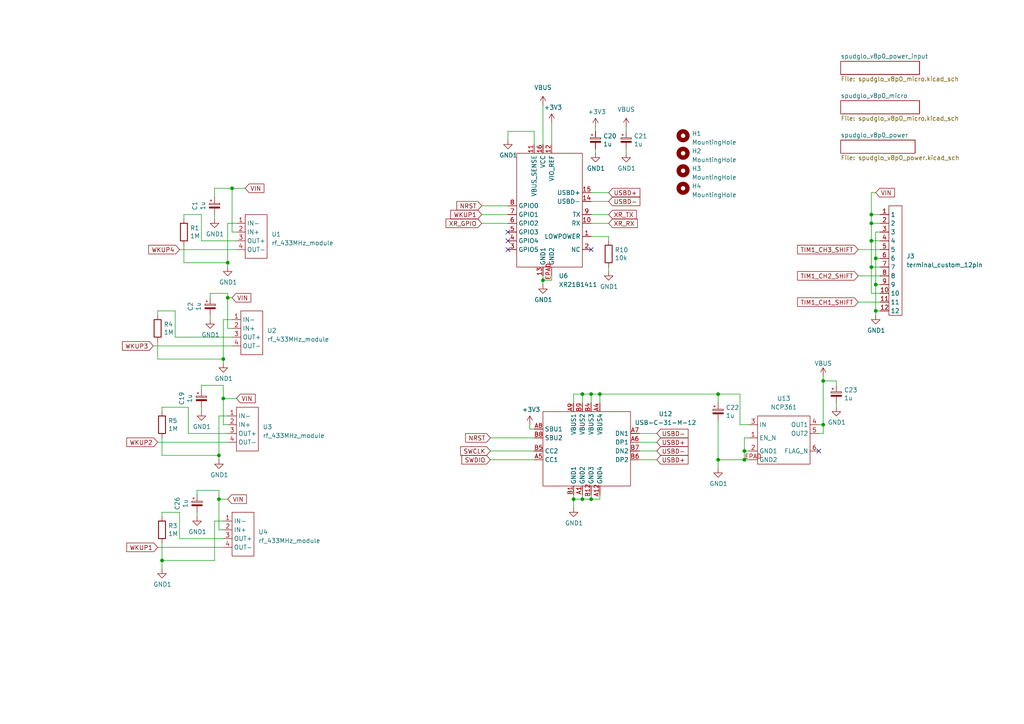
<source format=kicad_sch>
(kicad_sch (version 20231120) (generator "eeschema") (generator_version "8.0")
  (paper "A4")
  (lib_symbols
    (symbol "Device:R" (pin_numbers hide) (pin_names (offset 0))
      (property "Reference" "R" (at 2.032 0 90))
      (property "Value" "R" (at 0 0 90))
      (symbol "R_0_1"
        (rectangle (start -1.016 -2.54) (end 1.016 2.54) (stroke (width 0.254)))
      )
      (symbol "R_1_1"
        (pin passive line (at 0 3.81 270) (length 1.27) (name "~") (number "1"))
        (pin passive line (at 0 -3.81 90) (length 1.27) (name "~") (number "2"))
      )
    )
    (symbol "Mechanical:MountingHole" (pin_names (offset 1.016))
      (property "Reference" "H" (at 0 5.08 0))
      (property "Value" "MountingHole" (at 0 3.175 0))
      (symbol "MountingHole_0_1"
        (circle (center 0 0) (radius 1.27) (stroke (width 1.27)))
      )
    )
    (symbol "NCP361_1"
      (property "Reference" "U" (at 1.27 1.27 0))
      (property "Value" "NCP361_1" (at 12.7 -15.24 0))
      (symbol "NCP361_1_0_1"
        (rectangle (start 0 0) (end 15.24 -13.97))
      )
      (symbol "NCP361_1_1_1"
        (pin input line (at -2.54 -6.35 0) (length 2.54) (name "EN_N") (number "1"))
        (pin input line (at -2.54 -10.16 0) (length 2.54) (name "GND1") (number "2"))
        (pin input line (at -2.54 -2.54 0) (length 2.54) (name "IN") (number "3"))
        (pin input line (at 17.78 -2.54 180) (length 2.54) (name "OUT1") (number "4"))
        (pin input line (at 17.78 -5.08 180) (length 2.54) (name "OUT2") (number "5"))
        (pin input line (at 17.78 -10.16 180) (length 2.54) (name "FLAG_N") (number "6"))
        (pin input line (at -2.54 -12.7 0) (length 2.54) (name "GND2") (number "EPAD"))
      )
    )
    (symbol "XR21B1411_1"
      (property "Reference" "U" (at 1.27 1.27 0))
      (property "Value" "XR21B1411_1" (at 20.32 -34.29 0))
      (symbol "XR21B1411_1_0_1"
        (rectangle (start 0 0) (end 19.05 -33.02))
      )
      (symbol "XR21B1411_1_1_1"
        (pin input line (at 21.59 -24.13 180) (length 2.54) (name "LOWPOWER") (number "1"))
        (pin input line (at 21.59 -20.32 180) (length 2.54) (name "RX") (number "10"))
        (pin input line (at 5.08 2.54 270) (length 2.54) (name "VBUS_SENSE") (number "11"))
        (pin input line (at 10.16 2.54 270) (length 2.54) (name "VIO_REF") (number "12"))
        (pin input line (at 7.62 -35.56 90) (length 2.54) (name "GND1") (number "13"))
        (pin input line (at 21.59 -13.97 180) (length 2.54) (name "USBD-") (number "14"))
        (pin input line (at 21.59 -11.43 180) (length 2.54) (name "USBD+") (number "15"))
        (pin input line (at 7.62 2.54 270) (length 2.54) (name "VCC") (number "16"))
        (pin input line (at 21.59 -27.94 180) (length 2.54) (name "NC") (number "2"))
        (pin input line (at -2.54 -27.94 0) (length 2.54) (name "GPIO5") (number "3"))
        (pin input line (at -2.54 -25.4 0) (length 2.54) (name "GPIO4") (number "4"))
        (pin input line (at -2.54 -22.86 0) (length 2.54) (name "GPIO3") (number "5"))
        (pin input line (at -2.54 -20.32 0) (length 2.54) (name "GPIO2") (number "6"))
        (pin input line (at -2.54 -17.78 0) (length 2.54) (name "GPIO1") (number "7"))
        (pin input line (at -2.54 -15.24 0) (length 2.54) (name "GPIO0") (number "8"))
        (pin input line (at 21.59 -17.78 180) (length 2.54) (name "TX") (number "9"))
        (pin input line (at 10.16 -35.56 90) (length 2.54) (name "GND2") (number "EPAD"))
      )
    )
    (symbol "power:GND1" (power) (pin_names (offset 0))
      (property "Value" "GND1" (at 0 -3.81 0))
      (symbol "GND1_0_1"
        (polyline (pts (xy 0 0) (xy 0 -1.27) (xy 1.27 -1.27) (xy 0 -2.54) (xy -1.27 -1.27) (xy 0 -1.27)))
      )
      (symbol "GND1_1_1"
        (pin power_in line (at 0 0 270) (length 0) hide (name "GND1") (number "1"))
      )
    )
    (symbol "power:VBUS" (power) (pin_names (offset 0))
      (property "Value" "VBUS" (at 0 3.81 0))
      (symbol "VBUS_0_1"
        (polyline (pts (xy -0.762 1.27) (xy 0 2.54)))
        (polyline (pts (xy 0 0) (xy 0 2.54)))
        (polyline (pts (xy 0 2.54) (xy 0.762 1.27)))
      )
      (symbol "VBUS_1_1"
        (pin power_in line (at 0 0 90) (length 0) hide (name "VBUS") (number "1"))
      )
    )
    (symbol "spudglo_driver_v3p1-rescue:+3.3V-power" (power) (pin_names (offset 0))
      (property "Value" "+3.3V-power" (at 0 3.556 0))
      (symbol "+3.3V-power_0_1"
        (polyline (pts (xy -0.762 1.27) (xy 0 2.54)))
        (polyline (pts (xy 0 0) (xy 0 2.54)))
        (polyline (pts (xy 0 2.54) (xy 0.762 1.27)))
      )
      (symbol "+3.3V-power_1_1"
        (pin power_in line (at 0 0 90) (length 0) hide (name "+3V3") (number "1"))
      )
    )
    (symbol "spudglo_driver_v3p1-rescue:CP_Small-Device" (pin_numbers hide) (pin_names (offset 0.254) hide)
      (property "Reference" "C" (at 0.254 1.778 0))
      (property "Value" "CP_Small-Device" (at 0.254 -2.032 0))
      (symbol "CP_Small-Device_0_1"
        (rectangle (start -1.524 -0.3048) (end 1.524 -0.6858) (fill (type outline)))
        (rectangle (start -1.524 0.6858) (end 1.524 0.3048))
        (polyline (pts (xy -1.27 1.524) (xy -0.762 1.524)))
        (polyline (pts (xy -1.016 1.27) (xy -1.016 1.778)))
      )
      (symbol "CP_Small-Device_1_1"
        (pin passive line (at 0 2.54 270) (length 1.8542) (name "~") (number "1"))
        (pin passive line (at 0 -2.54 90) (length 1.8542) (name "~") (number "2"))
      )
    )
    (symbol "srw:rf_433MHz_module"
      (property "Reference" "U" (at -1.27 1.27 0))
      (property "Value" "rf_433MHz_module" (at 2.54 -13.97 0))
      (symbol "rf_433MHz_module_0_1"
        (rectangle (start 0 0) (end 6.35 -12.7))
      )
      (symbol "rf_433MHz_module_1_1"
        (pin input line (at -2.54 -2.54 0) (length 2.54) (name "IN-") (number "1"))
        (pin input line (at -2.54 -5.08 0) (length 2.54) (name "IN+") (number "2"))
        (pin input line (at -2.54 -7.62 0) (length 2.54) (name "OUT+") (number "3"))
        (pin input line (at -2.54 -10.16 0) (length 2.54) (name "OUT-") (number "4"))
      )
    )
    (symbol "srw_custom:USB-C-31-M-12"
      (property "Reference" "U" (at 0 1.27 0))
      (property "Value" "USB-C-31-M-12" (at 27.94 -24.13 0))
      (symbol "USB-C-31-M-12_0_1"
        (rectangle (start 0 0) (end 25.4 -21.59))
      )
      (symbol "USB-C-31-M-12_1_1"
        (pin input line (at 11.43 -24.13 90) (length 2.54) (name "GND2") (number "A1"))
        (pin input line (at 16.51 -24.13 90) (length 2.54) (name "GND4") (number "A12"))
        (pin input line (at 16.51 2.54 270) (length 2.54) (name "VBUS4") (number "A4"))
        (pin input line (at -2.54 -13.97 0) (length 2.54) (name "CC1") (number "A5"))
        (pin input line (at 27.94 -8.89 180) (length 2.54) (name "DP1") (number "A6"))
        (pin input line (at 27.94 -6.35 180) (length 2.54) (name "DN1") (number "A7"))
        (pin input line (at -2.54 -5.08 0) (length 2.54) (name "SBU1") (number "A8"))
        (pin input line (at 8.89 2.54 270) (length 2.54) (name "VBUS1") (number "A9"))
        (pin input line (at 8.89 -24.13 90) (length 2.54) (name "GND1") (number "B1"))
        (pin input line (at 13.97 -24.13 90) (length 2.54) (name "GND3") (number "B12"))
        (pin input line (at 13.97 2.54 270) (length 2.54) (name "VBUS3") (number "B4"))
        (pin input line (at -2.54 -11.43 0) (length 2.54) (name "CC2") (number "B5"))
        (pin input line (at 27.94 -13.97 180) (length 2.54) (name "DP2") (number "B6"))
        (pin input line (at 27.94 -11.43 180) (length 2.54) (name "DN2") (number "B7"))
        (pin input line (at -2.54 -7.62 0) (length 2.54) (name "SBU2") (number "B8"))
        (pin input line (at 11.43 2.54 270) (length 2.54) (name "VBUS2") (number "B9"))
      )
    )
    (symbol "srw_custom:terminal_custom_12pin"
      (property "Reference" "J" (at 0 -1.27 0))
      (property "Value" "terminal_custom_12pin" (at 0 1.27 0))
      (symbol "terminal_custom_12pin_0_1"
        (rectangle (start 0 -2.54) (end 3.81 -34.29))
      )
      (symbol "terminal_custom_12pin_1_1"
        (pin input line (at -2.54 -5.08 0) (length 2.54) (name "1") (number "1"))
        (pin input line (at -2.54 -27.94 0) (length 2.54) (name "10") (number "10"))
        (pin input line (at -2.54 -30.48 0) (length 2.54) (name "11") (number "11"))
        (pin input line (at -2.54 -33.02 0) (length 2.54) (name "12") (number "12"))
        (pin input line (at -2.54 -7.62 0) (length 2.54) (name "2") (number "2"))
        (pin input line (at -2.54 -10.16 0) (length 2.54) (name "3") (number "3"))
        (pin input line (at -2.54 -12.7 0) (length 2.54) (name "4") (number "4"))
        (pin input line (at -2.54 -15.24 0) (length 2.54) (name "5") (number "5"))
        (pin input line (at -2.54 -17.78 0) (length 2.54) (name "6") (number "6"))
        (pin input line (at -2.54 -20.32 0) (length 2.54) (name "7") (number "7"))
        (pin input line (at -2.54 -22.86 0) (length 2.54) (name "8") (number "8"))
        (pin input line (at -2.54 -25.4 0) (length 2.54) (name "9") (number "9"))
      )
    )
  )
  (junction (at 168.91 114.3))
  (junction (at 63.5 132.08))
  (junction (at 173.99 114.3))
  (junction (at 208.28 114.3))
  (junction (at 252.73 62.23))
  (junction (at 64.77 115.57))
  (junction (at 254 82.55))
  (junction (at 67.31 54.61))
  (junction (at 66.04 86.36))
  (junction (at 252.73 64.77))
  (junction (at 171.45 114.3))
  (junction (at 254 74.93))
  (junction (at 238.76 123.19))
  (junction (at 171.45 144.78))
  (junction (at 254 90.17))
  (junction (at 208.28 133.35))
  (junction (at 157.48 81.28))
  (junction (at 252.73 69.85))
  (junction (at 46.99 162.56))
  (junction (at 64.77 104.14))
  (junction (at 252.73 77.47))
  (junction (at 215.9 133.35))
  (junction (at 66.04 76.2))
  (junction (at 168.91 144.78))
  (junction (at 215.9 130.81))
  (junction (at 63.5 144.78))
  (junction (at 166.37 144.78))
  (junction (at 238.76 110.49))
  (no_connect (at 147.32 69.85))
  (no_connect (at 171.45 72.39))
  (no_connect (at 237.49 130.81))
  (no_connect (at 147.32 72.39))
  (no_connect (at 147.32 67.31))
  (wire (pts (xy 176.53 68.58) (xy 171.45 68.58)))
  (wire (pts (xy 154.94 38.1) (xy 154.94 41.91)))
  (wire (pts (xy 68.58 64.77) (xy 66.04 64.77)))
  (wire (pts (xy 254 90.17) (xy 255.27 90.17)))
  (wire (pts (xy 68.58 115.57) (xy 64.77 115.57)))
  (wire (pts (xy 252.73 69.85) (xy 255.27 69.85)))
  (wire (pts (xy 248.92 80.01) (xy 255.27 80.01)))
  (wire (pts (xy 252.73 64.77) (xy 255.27 64.77)))
  (wire (pts (xy 208.28 114.3) (xy 208.28 116.84)))
  (wire (pts (xy 242.57 116.84) (xy 242.57 118.11)))
  (wire (pts (xy 62.23 62.23) (xy 62.23 63.5)))
  (wire (pts (xy 252.73 55.88) (xy 254 55.88)))
  (wire (pts (xy 44.45 100.33) (xy 67.31 100.33)))
  (wire (pts (xy 46.99 148.59) (xy 46.99 149.86)))
  (wire (pts (xy 67.31 92.71) (xy 64.77 92.71)))
  (wire (pts (xy 176.53 69.85) (xy 176.53 68.58)))
  (wire (pts (xy 147.32 40.64) (xy 147.32 38.1)))
  (wire (pts (xy 142.24 133.35) (xy 154.94 133.35)))
  (wire (pts (xy 208.28 133.35) (xy 208.28 135.89)))
  (wire (pts (xy 171.45 114.3) (xy 173.99 114.3)))
  (wire (pts (xy 254 82.55) (xy 254 90.17)))
  (wire (pts (xy 208.28 133.35) (xy 215.9 133.35)))
  (wire (pts (xy 68.58 69.85) (xy 58.42 69.85)))
  (wire (pts (xy 62.23 57.15) (xy 62.23 54.61)))
  (wire (pts (xy 54.61 125.73) (xy 54.61 118.11)))
  (wire (pts (xy 252.73 69.85) (xy 252.73 77.47)))
  (wire (pts (xy 63.5 144.78) (xy 66.04 144.78)))
  (wire (pts (xy 57.15 143.51) (xy 57.15 142.24)))
  (wire (pts (xy 255.27 67.31) (xy 254 67.31)))
  (wire (pts (xy 64.77 156.21) (xy 52.07 156.21)))
  (wire (pts (xy 64.77 104.14) (xy 64.77 105.41)))
  (wire (pts (xy 215.9 133.35) (xy 217.17 133.35)))
  (wire (pts (xy 185.42 125.73) (xy 190.5 125.73)))
  (wire (pts (xy 57.15 148.59) (xy 57.15 149.86)))
  (wire (pts (xy 58.42 69.85) (xy 58.42 62.23)))
  (wire (pts (xy 68.58 67.31) (xy 67.31 67.31)))
  (wire (pts (xy 46.99 118.11) (xy 46.99 119.38)))
  (wire (pts (xy 166.37 114.3) (xy 166.37 116.84)))
  (wire (pts (xy 171.45 143.51) (xy 171.45 144.78)))
  (wire (pts (xy 157.48 81.28) (xy 160.02 81.28)))
  (wire (pts (xy 176.53 77.47) (xy 176.53 78.74)))
  (wire (pts (xy 57.15 142.24) (xy 63.5 142.24)))
  (wire (pts (xy 52.07 156.21) (xy 52.07 148.59)))
  (wire (pts (xy 66.04 120.65) (xy 63.5 120.65)))
  (wire (pts (xy 181.61 36.83) (xy 181.61 38.1)))
  (wire (pts (xy 157.48 80.01) (xy 157.48 81.28)))
  (wire (pts (xy 215.9 133.35) (xy 215.9 130.81)))
  (wire (pts (xy 66.04 125.73) (xy 54.61 125.73)))
  (wire (pts (xy 63.5 144.78) (xy 63.5 153.67)))
  (wire (pts (xy 52.07 72.39) (xy 68.58 72.39)))
  (wire (pts (xy 185.42 130.81) (xy 190.5 130.81)))
  (wire (pts (xy 171.45 62.23) (xy 176.53 62.23)))
  (wire (pts (xy 242.57 111.76) (xy 242.57 110.49)))
  (wire (pts (xy 157.48 81.28) (xy 157.48 82.55)))
  (wire (pts (xy 45.72 104.14) (xy 64.77 104.14)))
  (wire (pts (xy 53.34 71.12) (xy 53.34 76.2)))
  (wire (pts (xy 160.02 35.56) (xy 160.02 41.91)))
  (wire (pts (xy 62.23 54.61) (xy 67.31 54.61)))
  (wire (pts (xy 214.63 114.3) (xy 214.63 123.19)))
  (wire (pts (xy 166.37 114.3) (xy 168.91 114.3)))
  (wire (pts (xy 139.7 62.23) (xy 147.32 62.23)))
  (wire (pts (xy 248.92 72.39) (xy 255.27 72.39)))
  (wire (pts (xy 53.34 76.2) (xy 66.04 76.2)))
  (wire (pts (xy 168.91 143.51) (xy 168.91 144.78)))
  (wire (pts (xy 238.76 110.49) (xy 238.76 123.19)))
  (wire (pts (xy 147.32 38.1) (xy 154.94 38.1)))
  (wire (pts (xy 238.76 109.22) (xy 238.76 110.49)))
  (wire (pts (xy 254 82.55) (xy 254 74.93)))
  (wire (pts (xy 171.45 144.78) (xy 173.99 144.78)))
  (wire (pts (xy 172.72 36.83) (xy 172.72 38.1)))
  (wire (pts (xy 217.17 127) (xy 215.9 127)))
  (wire (pts (xy 66.04 86.36) (xy 66.04 95.25)))
  (wire (pts (xy 171.45 116.84) (xy 171.45 114.3)))
  (wire (pts (xy 66.04 123.19) (xy 64.77 123.19)))
  (wire (pts (xy 45.72 99.06) (xy 45.72 104.14)))
  (wire (pts (xy 46.99 157.48) (xy 46.99 162.56)))
  (wire (pts (xy 208.28 121.92) (xy 208.28 133.35)))
  (wire (pts (xy 166.37 144.78) (xy 166.37 147.32)))
  (wire (pts (xy 60.96 91.44) (xy 60.96 92.71)))
  (wire (pts (xy 53.34 62.23) (xy 53.34 63.5)))
  (wire (pts (xy 185.42 128.27) (xy 190.5 128.27)))
  (wire (pts (xy 50.8 97.79) (xy 50.8 90.17)))
  (wire (pts (xy 185.42 133.35) (xy 190.5 133.35)))
  (wire (pts (xy 63.5 120.65) (xy 63.5 132.08)))
  (wire (pts (xy 50.8 90.17) (xy 45.72 90.17)))
  (wire (pts (xy 168.91 114.3) (xy 171.45 114.3)))
  (wire (pts (xy 142.24 127) (xy 154.94 127)))
  (wire (pts (xy 63.5 132.08) (xy 63.5 133.35)))
  (wire (pts (xy 64.77 111.76) (xy 64.77 115.57)))
  (wire (pts (xy 66.04 64.77) (xy 66.04 76.2)))
  (wire (pts (xy 173.99 114.3) (xy 208.28 114.3)))
  (wire (pts (xy 58.42 118.11) (xy 58.42 119.38)))
  (wire (pts (xy 67.31 95.25) (xy 66.04 95.25)))
  (wire (pts (xy 168.91 116.84) (xy 168.91 114.3)))
  (wire (pts (xy 172.72 43.18) (xy 172.72 44.45)))
  (wire (pts (xy 139.7 64.77) (xy 147.32 64.77)))
  (wire (pts (xy 208.28 114.3) (xy 214.63 114.3)))
  (wire (pts (xy 64.77 151.13) (xy 62.23 151.13)))
  (wire (pts (xy 248.92 87.63) (xy 255.27 87.63)))
  (wire (pts (xy 45.72 158.75) (xy 64.77 158.75)))
  (wire (pts (xy 238.76 125.73) (xy 237.49 125.73)))
  (wire (pts (xy 60.96 85.09) (xy 66.04 85.09)))
  (wire (pts (xy 252.73 69.85) (xy 252.73 64.77)))
  (wire (pts (xy 254 74.93) (xy 255.27 74.93)))
  (wire (pts (xy 58.42 113.03) (xy 58.42 111.76)))
  (wire (pts (xy 153.67 124.46) (xy 153.67 123.19)))
  (wire (pts (xy 60.96 86.36) (xy 60.96 85.09)))
  (wire (pts (xy 67.31 54.61) (xy 71.12 54.61)))
  (wire (pts (xy 54.61 118.11) (xy 46.99 118.11)))
  (wire (pts (xy 157.48 30.48) (xy 157.48 41.91)))
  (wire (pts (xy 58.42 111.76) (xy 64.77 111.76)))
  (wire (pts (xy 217.17 130.81) (xy 215.9 130.81)))
  (wire (pts (xy 45.72 90.17) (xy 45.72 91.44)))
  (wire (pts (xy 154.94 124.46) (xy 153.67 124.46)))
  (wire (pts (xy 237.49 123.19) (xy 238.76 123.19)))
  (wire (pts (xy 254 91.44) (xy 254 90.17)))
  (wire (pts (xy 63.5 142.24) (xy 63.5 144.78)))
  (wire (pts (xy 252.73 64.77) (xy 252.73 62.23)))
  (wire (pts (xy 67.31 54.61) (xy 67.31 67.31)))
  (wire (pts (xy 46.99 132.08) (xy 63.5 132.08)))
  (wire (pts (xy 252.73 77.47) (xy 255.27 77.47)))
  (wire (pts (xy 45.72 128.27) (xy 66.04 128.27)))
  (wire (pts (xy 64.77 115.57) (xy 64.77 123.19)))
  (wire (pts (xy 254 82.55) (xy 255.27 82.55)))
  (wire (pts (xy 142.24 130.81) (xy 154.94 130.81)))
  (wire (pts (xy 67.31 97.79) (xy 50.8 97.79)))
  (wire (pts (xy 214.63 123.19) (xy 217.17 123.19)))
  (wire (pts (xy 181.61 43.18) (xy 181.61 44.45)))
  (wire (pts (xy 171.45 58.42) (xy 176.53 58.42)))
  (wire (pts (xy 62.23 151.13) (xy 62.23 162.56)))
  (wire (pts (xy 173.99 116.84) (xy 173.99 114.3)))
  (wire (pts (xy 166.37 144.78) (xy 168.91 144.78)))
  (wire (pts (xy 46.99 162.56) (xy 62.23 162.56)))
  (wire (pts (xy 139.7 59.69) (xy 147.32 59.69)))
  (wire (pts (xy 46.99 132.08) (xy 46.99 127)))
  (wire (pts (xy 252.73 62.23) (xy 255.27 62.23)))
  (wire (pts (xy 254 67.31) (xy 254 74.93)))
  (wire (pts (xy 252.73 55.88) (xy 252.73 62.23)))
  (wire (pts (xy 52.07 148.59) (xy 46.99 148.59)))
  (wire (pts (xy 58.42 62.23) (xy 53.34 62.23)))
  (wire (pts (xy 64.77 92.71) (xy 64.77 104.14)))
  (wire (pts (xy 242.57 110.49) (xy 238.76 110.49)))
  (wire (pts (xy 171.45 55.88) (xy 176.53 55.88)))
  (wire (pts (xy 166.37 143.51) (xy 166.37 144.78)))
  (wire (pts (xy 46.99 162.56) (xy 46.99 165.1)))
  (wire (pts (xy 173.99 143.51) (xy 173.99 144.78)))
  (wire (pts (xy 160.02 81.28) (xy 160.02 80.01)))
  (wire (pts (xy 215.9 127) (xy 215.9 130.81)))
  (wire (pts (xy 252.73 85.09) (xy 252.73 77.47)))
  (wire (pts (xy 64.77 153.67) (xy 63.5 153.67)))
  (wire (pts (xy 168.91 144.78) (xy 171.45 144.78)))
  (wire (pts (xy 66.04 76.2) (xy 66.04 77.47)))
  (wire (pts (xy 255.27 85.09) (xy 252.73 85.09)))
  (wire (pts (xy 66.04 86.36) (xy 67.31 86.36)))
  (wire (pts (xy 171.45 64.77) (xy 176.53 64.77)))
  (wire (pts (xy 66.04 85.09) (xy 66.04 86.36)))
  (wire (pts (xy 238.76 123.19) (xy 238.76 125.73)))
  (global_label "WKUP3" (shape input) (at 44.45 100.33 180) (property "Intersheetrefs" "${INTERSHEET_REFS}" (effects (hide yes))))
  (global_label "XR_GPIO" (shape input) (at 139.7 64.77 180) (property "Intersheetrefs" "${INTERSHEET_REFS}" (effects (hide yes))))
  (global_label "USBD-" (shape input) (at 190.5 125.73 0) (property "Intersheetrefs" "${INTERSHEET_REFS}" (effects (hide yes))))
  (global_label "XR_TX" (shape input) (at 176.53 62.23 0) (property "Intersheetrefs" "${INTERSHEET_REFS}" (effects (hide yes))))
  (global_label "USBD+" (shape input) (at 190.5 128.27 0) (property "Intersheetrefs" "${INTERSHEET_REFS}" (effects (hide yes))))
  (global_label "USBD+" (shape input) (at 190.5 133.35 0) (property "Intersheetrefs" "${INTERSHEET_REFS}" (effects (hide yes))))
  (global_label "VIN" (shape input) (at 68.58 115.57 0) (property "Intersheetrefs" "${INTERSHEET_REFS}" (effects (hide yes))))
  (global_label "SWDIO" (shape input) (at 142.24 133.35 180) (property "Intersheetrefs" "${INTERSHEET_REFS}" (effects (hide yes))))
  (global_label "TIM1_CH2_SHIFT" (shape input) (at 248.92 80.01 180) (property "Intersheetrefs" "${INTERSHEET_REFS}" (effects (hide yes))))
  (global_label "WKUP2" (shape input) (at 45.72 128.27 180) (property "Intersheetrefs" "${INTERSHEET_REFS}" (effects (hide yes))))
  (global_label "NRST" (shape input) (at 142.24 127 180) (property "Intersheetrefs" "${INTERSHEET_REFS}" (effects (hide yes))))
  (global_label "VIN" (shape input) (at 67.31 86.36 0) (property "Intersheetrefs" "${INTERSHEET_REFS}" (effects (hide yes))))
  (global_label "USBD+" (shape input) (at 176.53 55.88 0) (property "Intersheetrefs" "${INTERSHEET_REFS}" (effects (hide yes))))
  (global_label "WKUP1" (shape input) (at 139.7 62.23 180) (property "Intersheetrefs" "${INTERSHEET_REFS}" (effects (hide yes))))
  (global_label "XR_RX" (shape input) (at 176.53 64.77 0) (property "Intersheetrefs" "${INTERSHEET_REFS}" (effects (hide yes))))
  (global_label "WKUP1" (shape input) (at 45.72 158.75 180) (property "Intersheetrefs" "${INTERSHEET_REFS}" (effects (hide yes))))
  (global_label "TIM1_CH3_SHIFT" (shape input) (at 248.92 72.39 180) (property "Intersheetrefs" "${INTERSHEET_REFS}" (effects (hide yes))))
  (global_label "USBD-" (shape input) (at 176.53 58.42 0) (property "Intersheetrefs" "${INTERSHEET_REFS}" (effects (hide yes))))
  (global_label "VIN" (shape input) (at 71.12 54.61 0) (property "Intersheetrefs" "${INTERSHEET_REFS}" (effects (hide yes))))
  (global_label "TIM1_CH1_SHIFT" (shape input) (at 248.92 87.63 180) (property "Intersheetrefs" "${INTERSHEET_REFS}" (effects (hide yes))))
  (global_label "VIN" (shape input) (at 66.04 144.78 0) (property "Intersheetrefs" "${INTERSHEET_REFS}" (effects (hide yes))))
  (global_label "USBD-" (shape input) (at 190.5 130.81 0) (property "Intersheetrefs" "${INTERSHEET_REFS}" (effects (hide yes))))
  (global_label "WKUP4" (shape input) (at 52.07 72.39 180) (property "Intersheetrefs" "${INTERSHEET_REFS}" (effects (hide yes))))
  (global_label "SWCLK" (shape input) (at 142.24 130.81 180) (property "Intersheetrefs" "${INTERSHEET_REFS}" (effects (hide yes))))
  (global_label "NRST" (shape input) (at 139.7 59.69 180) (property "Intersheetrefs" "${INTERSHEET_REFS}" (effects (hide yes))))
  (global_label "VIN" (shape input) (at 254 55.88 0) (property "Intersheetrefs" "${INTERSHEET_REFS}" (effects (hide yes))))
  (symbol (lib_id "power:GND1") (at 254 91.44 0) (unit 1)
    (property "Reference" "#PWR02" (effects (hide yes)))
    (property "Value" "GND1" (at 254.127 95.8342 0))
  )
  (symbol (lib_id "spudglo_driver_v3p1-rescue:CP_Small-Device") (at 242.57 114.3 0) (unit 1)
    (property "Reference" "C23" (at 244.8052 113.1316 0) (effects (justify left)))
    (property "Value" "1u" (at 244.8052 115.443 0) (effects (justify left)))
    (property "Footprint" "Capacitor_SMD:C_0402_1005Metric_Pad0.74x0.62mm_HandSolder" (effects (hide yes)))
  )
  (symbol (lib_id "srw:rf_433MHz_module") (at 69.85 90.17 0) (unit 1)
    (property "Reference" "U2" (at 77.47 95.885 0) (effects (justify left)))
    (property "Value" "rf_433MHz_module" (at 77.47 98.425 0) (effects (justify left)))
    (property "Footprint" "srw_cuustom:433MHz_receiver" (effects (hide yes)))
  )
  (symbol (lib_id "power:GND1") (at 176.53 78.74 0) (unit 1)
    (property "Reference" "#PWR013" (effects (hide yes)))
    (property "Value" "GND1" (at 176.657 83.1342 0))
  )
  (symbol (lib_id "power:GND1") (at 242.57 118.11 0) (unit 1)
    (property "Reference" "#PWR018" (effects (hide yes)))
    (property "Value" "GND1" (at 242.697 122.5042 0))
  )
  (symbol (lib_id "power:GND1") (at 46.99 165.1 0) (unit 1)
    (property "Reference" "#PWR0113" (effects (hide yes)))
    (property "Value" "GND1" (at 47.117 169.4942 0))
  )
  (symbol (lib_id "power:GND1") (at 62.23 63.5 0) (unit 1)
    (property "Reference" "#PWR020" (effects (hide yes)))
    (property "Value" "GND1" (at 62.357 67.8942 0))
  )
  (symbol (lib_id "spudglo_driver_v3p1-rescue:CP_Small-Device") (at 58.42 115.57 0) (unit 1)
    (property "Reference" "C19" (at 52.705 115.57 90))
    (property "Value" "1u" (at 55.0164 115.57 90))
    (property "Footprint" "Capacitor_SMD:C_0402_1005Metric_Pad0.74x0.62mm_HandSolder" (effects (hide yes)))
  )
  (symbol (lib_id "srw_custom:USB-C-31-M-12") (at 157.48 119.38 0) (unit 1)
    (property "Reference" "U12" (at 193.04 120.0403 0))
    (property "Value" "USB-C-31-M-12" (at 193.04 122.5803 0))
    (property "Footprint" "Connector_USB:USB_C_Receptacle_HRO_TYPE-C-31-M-12" (effects (hide yes)))
  )
  (symbol (lib_name "NCP361_1") (lib_id "srw_custom:NCP361") (at 219.71 120.65 0) (unit 1)
    (property "Reference" "U13" (at 227.33 115.57 0))
    (property "Value" "NCP361" (at 227.33 118.11 0))
    (property "Footprint" "srw_cuustom:NCP361" (effects (hide yes)))
  )
  (symbol (lib_id "power:GND1") (at 57.15 149.86 0) (unit 1)
    (property "Reference" "#PWR027" (effects (hide yes)))
    (property "Value" "GND1" (at 57.277 154.2542 0))
  )
  (symbol (lib_id "power:GND1") (at 60.96 92.71 0) (unit 1)
    (property "Reference" "#PWR025" (effects (hide yes)))
    (property "Value" "GND1" (at 61.087 97.1042 0))
  )
  (symbol (lib_id "spudglo_driver_v3p1-rescue:CP_Small-Device") (at 208.28 119.38 0) (unit 1)
    (property "Reference" "C22" (at 210.5152 118.2116 0) (effects (justify left)))
    (property "Value" "1u" (at 210.5152 120.523 0) (effects (justify left)))
    (property "Footprint" "Capacitor_SMD:C_0402_1005Metric_Pad0.74x0.62mm_HandSolder" (effects (hide yes)))
  )
  (symbol (lib_id "power:GND1") (at 58.42 119.38 0) (unit 1)
    (property "Reference" "#PWR026" (effects (hide yes)))
    (property "Value" "GND1" (at 58.547 123.7742 0))
  )
  (symbol (lib_id "srw:rf_433MHz_module") (at 71.12 62.23 0) (unit 1)
    (property "Reference" "U1" (at 78.74 67.945 0) (effects (justify left)))
    (property "Value" "rf_433MHz_module" (at 78.74 70.485 0) (effects (justify left)))
    (property "Footprint" "srw_cuustom:433MHz_receiver" (effects (hide yes)))
  )
  (symbol (lib_id "spudglo_driver_v3p1-rescue:+3.3V-power") (at 160.02 35.56 0) (unit 1)
    (property "Reference" "#PWR09" (effects (hide yes)))
    (property "Value" "+3V3" (at 160.401 31.1658 0))
  )
  (symbol (lib_id "power:GND1") (at 157.48 82.55 0) (unit 1)
    (property "Reference" "#PWR08" (effects (hide yes)))
    (property "Value" "GND1" (at 157.607 86.9442 0))
  )
  (symbol (lib_id "power:GND1") (at 172.72 44.45 0) (unit 1)
    (property "Reference" "#PWR011" (effects (hide yes)))
    (property "Value" "GND1" (at 172.847 48.8442 0))
  )
  (symbol (lib_id "Mechanical:MountingHole") (at 198.12 54.61 0) (unit 1)
    (property "Reference" "H4" (at 200.66 53.975 0) (effects (justify left)))
    (property "Value" "MountingHole" (at 200.66 56.515 0) (effects (justify left)))
    (property "Footprint" "MountingHole:MountingHole_4.5mm" (effects (hide yes)))
  )
  (symbol (lib_id "power:GND1") (at 166.37 147.32 0) (unit 1)
    (property "Reference" "#PWR05" (effects (hide yes)))
    (property "Value" "GND1" (at 166.497 151.7142 0))
  )
  (symbol (lib_id "power:GND1") (at 147.32 40.64 0) (unit 1)
    (property "Reference" "#PWR06" (effects (hide yes)))
    (property "Value" "GND1" (at 147.447 45.0342 0))
  )
  (symbol (lib_id "srw_custom:terminal_custom_12pin") (at 257.81 57.15 0) (unit 1)
    (property "Reference" "J3" (at 262.89 74.2949 0) (effects (justify left)))
    (property "Value" "terminal_custom_12pin" (at 262.89 76.8349 0) (effects (justify left)))
    (property "Footprint" "srw_custom:1984714" (effects (hide yes)))
  )
  (symbol (lib_id "spudglo_driver_v3p1-rescue:+3.3V-power") (at 172.72 36.83 0) (unit 1)
    (property "Reference" "#PWR010" (effects (hide yes)))
    (property "Value" "+3V3" (at 173.101 32.4358 0))
  )
  (symbol (lib_id "Device:R") (at 45.72 95.25 0) (unit 1)
    (property "Reference" "R4" (at 47.498 94.0816 0) (effects (justify left)))
    (property "Value" "1M" (at 47.498 96.393 0) (effects (justify left)))
    (property "Footprint" "Resistor_SMD:R_0402_1005Metric_Pad0.72x0.64mm_HandSolder" (effects (hide yes)))
  )
  (symbol (lib_id "srw:rf_433MHz_module") (at 67.31 148.59 0) (unit 1)
    (property "Reference" "U4" (at 74.93 154.305 0) (effects (justify left)))
    (property "Value" "rf_433MHz_module" (at 74.93 156.845 0) (effects (justify left)))
    (property "Footprint" "srw_cuustom:433MHz_receiver" (effects (hide yes)))
  )
  (symbol (lib_id "spudglo_driver_v3p1-rescue:CP_Small-Device") (at 60.96 88.9 0) (unit 1)
    (property "Reference" "C2" (at 55.245 88.9 90))
    (property "Value" "1u" (at 57.5564 88.9 90))
    (property "Footprint" "Capacitor_SMD:C_0402_1005Metric_Pad0.74x0.62mm_HandSolder" (effects (hide yes)))
  )
  (symbol (lib_id "Mechanical:MountingHole") (at 198.12 49.53 0) (unit 1)
    (property "Reference" "H3" (at 200.66 48.895 0) (effects (justify left)))
    (property "Value" "MountingHole" (at 200.66 51.435 0) (effects (justify left)))
    (property "Footprint" "MountingHole:MountingHole_4.5mm" (effects (hide yes)))
  )
  (symbol (lib_id "power:GND1") (at 64.77 105.41 0) (unit 1)
    (property "Reference" "#PWR0115" (effects (hide yes)))
    (property "Value" "GND1" (at 64.897 109.8042 0))
  )
  (symbol (lib_id "power:GND1") (at 208.28 135.89 0) (unit 1)
    (property "Reference" "#PWR016" (effects (hide yes)))
    (property "Value" "GND1" (at 208.407 140.2842 0))
  )
  (symbol (lib_id "power:GND1") (at 66.04 77.47 0) (unit 1)
    (property "Reference" "#PWR0107" (effects (hide yes)))
    (property "Value" "GND1" (at 66.167 81.8642 0))
  )
  (symbol (lib_id "power:VBUS") (at 181.61 36.83 0) (unit 1)
    (property "Reference" "#PWR014" (effects (hide yes)))
    (property "Value" "VBUS" (at 181.61 31.75 0))
  )
  (symbol (lib_id "power:GND1") (at 63.5 133.35 0) (unit 1)
    (property "Reference" "#PWR0101" (effects (hide yes)))
    (property "Value" "GND1" (at 63.627 137.7442 0))
  )
  (symbol (lib_id "Device:R") (at 53.34 67.31 0) (unit 1)
    (property "Reference" "R1" (at 55.118 66.1416 0) (effects (justify left)))
    (property "Value" "1M" (at 55.118 68.453 0) (effects (justify left)))
    (property "Footprint" "Resistor_SMD:R_0402_1005Metric_Pad0.72x0.64mm_HandSolder" (effects (hide yes)))
  )
  (symbol (lib_id "spudglo_driver_v3p1-rescue:CP_Small-Device") (at 172.72 40.64 0) (unit 1)
    (property "Reference" "C20" (at 174.9552 39.4716 0) (effects (justify left)))
    (property "Value" "1u" (at 174.9552 41.783 0) (effects (justify left)))
    (property "Footprint" "Capacitor_SMD:C_0402_1005Metric_Pad0.74x0.62mm_HandSolder" (effects (hide yes)))
  )
  (symbol (lib_id "Device:R") (at 46.99 123.19 0) (unit 1)
    (property "Reference" "R5" (at 48.768 122.0216 0) (effects (justify left)))
    (property "Value" "1M" (at 48.768 124.333 0) (effects (justify left)))
    (property "Footprint" "Resistor_SMD:R_0402_1005Metric_Pad0.72x0.64mm_HandSolder" (effects (hide yes)))
  )
  (symbol (lib_id "spudglo_driver_v3p1-rescue:CP_Small-Device") (at 57.15 146.05 0) (unit 1)
    (property "Reference" "C26" (at 51.435 146.05 90))
    (property "Value" "1u" (at 53.7464 146.05 90))
    (property "Footprint" "Capacitor_SMD:C_0402_1005Metric_Pad0.74x0.62mm_HandSolder" (effects (hide yes)))
  )
  (symbol (lib_name "XR21B1411_1") (lib_id "srw_custom:XR21B1411") (at 149.86 44.45 0) (unit 1)
    (property "Reference" "U6" (at 162.0394 80.01 0) (effects (justify left)))
    (property "Value" "XR21B1411" (at 162.0394 82.55 0) (effects (justify left)))
    (property "Footprint" "srw_cuustom:XR21B1411" (effects (hide yes)))
  )
  (symbol (lib_id "spudglo_driver_v3p1-rescue:CP_Small-Device") (at 181.61 40.64 0) (unit 1)
    (property "Reference" "C21" (at 183.8452 39.4716 0) (effects (justify left)))
    (property "Value" "1u" (at 183.8452 41.783 0) (effects (justify left)))
    (property "Footprint" "Capacitor_SMD:C_0402_1005Metric_Pad0.74x0.62mm_HandSolder" (effects (hide yes)))
  )
  (symbol (lib_id "Mechanical:MountingHole") (at 198.12 44.45 0) (unit 1)
    (property "Reference" "H2" (at 200.66 43.815 0) (effects (justify left)))
    (property "Value" "MountingHole" (at 200.66 46.355 0) (effects (justify left)))
    (property "Footprint" "MountingHole:MountingHole_4.5mm" (effects (hide yes)))
  )
  (symbol (lib_id "spudglo_driver_v3p1-rescue:CP_Small-Device") (at 62.23 59.69 0) (unit 1)
    (property "Reference" "C1" (at 56.515 59.69 90))
    (property "Value" "1u" (at 58.8264 59.69 90))
    (property "Footprint" "Capacitor_SMD:C_0402_1005Metric_Pad0.74x0.62mm_HandSolder" (effects (hide yes)))
  )
  (symbol (lib_id "power:VBUS") (at 157.48 30.48 0) (unit 1)
    (property "Reference" "#PWR07" (effects (hide yes)))
    (property "Value" "VBUS" (at 157.48 25.4 0))
  )
  (symbol (lib_id "spudglo_driver_v3p1-rescue:+3.3V-power") (at 153.67 123.19 0) (unit 1)
    (property "Reference" "#PWR04" (effects (hide yes)))
    (property "Value" "+3V3" (at 154.051 118.7958 0))
  )
  (symbol (lib_id "srw:rf_433MHz_module") (at 68.58 118.11 0) (unit 1)
    (property "Reference" "U3" (at 76.2 123.825 0) (effects (justify left)))
    (property "Value" "rf_433MHz_module" (at 76.2 126.365 0) (effects (justify left)))
    (property "Footprint" "srw_cuustom:433MHz_receiver" (effects (hide yes)))
  )
  (symbol (lib_id "power:VBUS") (at 238.76 109.22 0) (unit 1)
    (property "Reference" "#PWR017" (effects (hide yes)))
    (property "Value" "VBUS" (at 238.76 105.41 0))
  )
  (symbol (lib_id "power:GND1") (at 181.61 44.45 0) (unit 1)
    (property "Reference" "#PWR015" (effects (hide yes)))
    (property "Value" "GND1" (at 181.737 48.8442 0))
  )
  (symbol (lib_id "Device:R") (at 46.99 153.67 0) (unit 1)
    (property "Reference" "R3" (at 48.768 152.5016 0) (effects (justify left)))
    (property "Value" "1M" (at 48.768 154.813 0) (effects (justify left)))
    (property "Footprint" "Resistor_SMD:R_0402_1005Metric_Pad0.72x0.64mm_HandSolder" (effects (hide yes)))
  )
  (symbol (lib_id "Mechanical:MountingHole") (at 198.12 39.37 0) (unit 1)
    (property "Reference" "H1" (at 200.66 38.735 0) (effects (justify left)))
    (property "Value" "MountingHole" (at 200.66 41.275 0) (effects (justify left)))
    (property "Footprint" "MountingHole:MountingHole_4.5mm" (effects (hide yes)))
  )
  (symbol (lib_id "Device:R") (at 176.53 73.66 0) (unit 1)
    (property "Reference" "R10" (at 178.308 72.4916 0) (effects (justify left)))
    (property "Value" "10k" (at 178.308 74.803 0) (effects (justify left)))
    (property "Footprint" "Resistor_SMD:R_0603_1608Metric_Pad0.98x0.95mm_HandSolder" (effects (hide yes)))
  )
  (sheet (at 243.84 29.21) (size 22.86 3.81) (stroke (width 0.1524))
    (property "Sheetname" "spudglo_v8p0_micro" (at 243.84 28.4984 0) (effects (justify left bottom)))
    (property "Sheetfile" "spudglo_v8p0_micro.kicad_sch" (at 243.84 33.6046 0) (effects (justify left top)))
  )
  (sheet (at 243.84 40.64) (size 21.59 3.81) (stroke (width 0.1524))
    (property "Sheetname" "spudglo_v8p0_power" (at 243.84 39.9284 0) (effects (justify left bottom)))
    (property "Sheetfile" "spudglo_v8p0_power.kicad_sch" (at 243.84 45.0346 0) (effects (justify left top)))
  )
  (sheet (at 243.84 17.78) (size 22.86 3.81) (stroke (width 0.1524))
    (property "Sheetname" "spudglo_v8p0_power_input" (at 243.84 17.0684 0) (effects (justify left bottom)))
    (property "Sheetfile" "spudglo_v8p0_micro.kicad_sch" (at 243.84 22.1746 0) (effects (justify left top)))
  )
)
</source>
